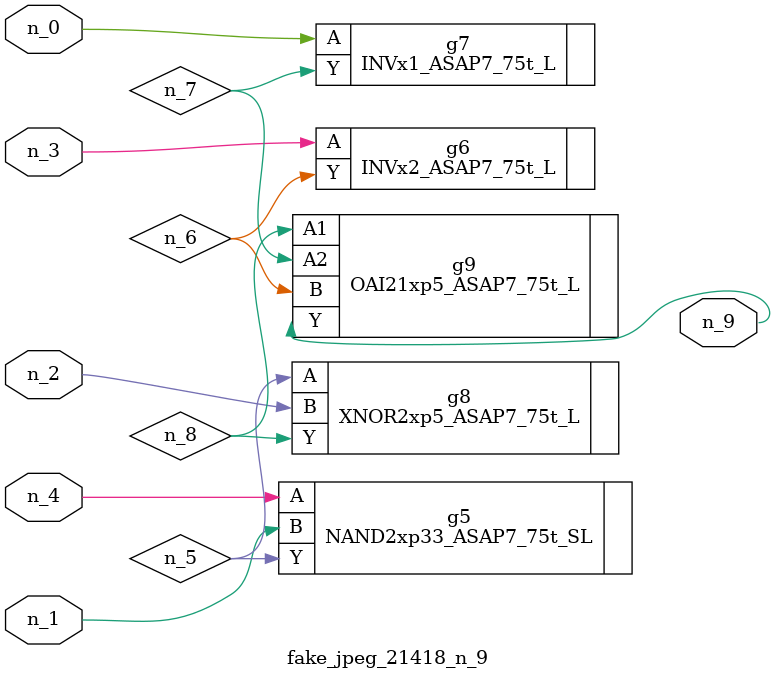
<source format=v>
module fake_jpeg_21418_n_9 (n_3, n_2, n_1, n_0, n_4, n_9);

input n_3;
input n_2;
input n_1;
input n_0;
input n_4;

output n_9;

wire n_8;
wire n_6;
wire n_5;
wire n_7;

NAND2xp33_ASAP7_75t_SL g5 ( 
.A(n_4),
.B(n_1),
.Y(n_5)
);

INVx2_ASAP7_75t_L g6 ( 
.A(n_3),
.Y(n_6)
);

INVx1_ASAP7_75t_L g7 ( 
.A(n_0),
.Y(n_7)
);

XNOR2xp5_ASAP7_75t_L g8 ( 
.A(n_5),
.B(n_2),
.Y(n_8)
);

OAI21xp5_ASAP7_75t_L g9 ( 
.A1(n_8),
.A2(n_7),
.B(n_6),
.Y(n_9)
);


endmodule
</source>
